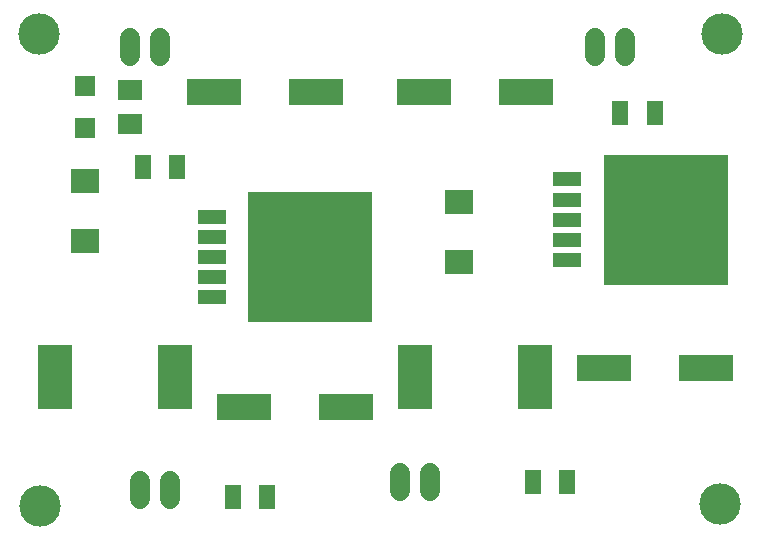
<source format=gbr>
G04 EAGLE Gerber RS-274X export*
G75*
%MOMM*%
%FSLAX34Y34*%
%LPD*%
%INSoldermask Top*%
%IPPOS*%
%AMOC8*
5,1,8,0,0,1.08239X$1,22.5*%
G01*
%ADD10C,1.727200*%
%ADD11R,4.618900X2.318500*%
%ADD12R,1.367800X2.018500*%
%ADD13R,2.403200X2.003200*%
%ADD14R,3.003200X5.503200*%
%ADD15R,1.703200X1.703200*%
%ADD16R,10.613200X11.003200*%
%ADD17R,2.362200X1.270000*%
%ADD18R,2.006200X1.803200*%
%ADD19C,3.505200*%


D10*
X139700Y906780D02*
X139700Y922020D01*
X165100Y922020D02*
X165100Y906780D01*
X558800Y906780D02*
X558800Y922020D01*
X533400Y922020D02*
X533400Y906780D01*
X393700Y553720D02*
X393700Y538480D01*
X368300Y538480D02*
X368300Y553720D01*
X173228Y546608D02*
X173228Y531368D01*
X147828Y531368D02*
X147828Y546608D01*
D11*
X210473Y876300D03*
X297527Y876300D03*
X235873Y609600D03*
X322927Y609600D03*
D12*
X150346Y812800D03*
X179854Y812800D03*
X226546Y533400D03*
X256054Y533400D03*
D11*
X475327Y876300D03*
X388273Y876300D03*
X540673Y642112D03*
X627727Y642112D03*
D12*
X554714Y858520D03*
X584222Y858520D03*
X480546Y546100D03*
X510054Y546100D03*
D13*
X101600Y800708D03*
X101600Y749708D03*
X418592Y783436D03*
X418592Y732436D03*
D14*
X76500Y635000D03*
X177500Y635000D03*
X381300Y635000D03*
X482300Y635000D03*
D15*
X101600Y881100D03*
X101600Y846100D03*
D16*
X292100Y736600D03*
D17*
X208788Y770636D03*
X208788Y753618D03*
X208788Y736600D03*
X208788Y719582D03*
X208788Y702564D03*
D16*
X593090Y768096D03*
D17*
X509778Y802132D03*
X509778Y785114D03*
X509778Y768096D03*
X509778Y751078D03*
X509778Y734060D03*
D18*
X139700Y877820D03*
X139700Y849380D03*
D19*
X62484Y925068D03*
X640588Y925576D03*
X63500Y525272D03*
X639572Y527304D03*
M02*

</source>
